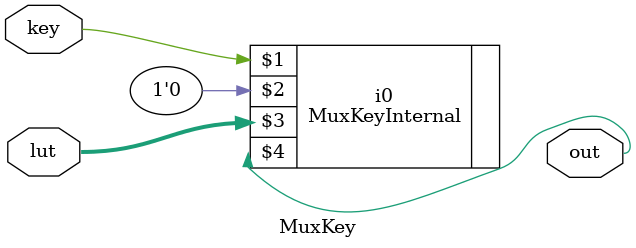
<source format=v>
`include "MuxKeyInternal.v"

module MuxKey #(
    parameter NR_KEY = 2,
    parameter KEY_LEN = 1,
    parameter DATA_LEN = 1
) (
    input [KEY_LEN-1:0] key,
    input [NR_KEY*(KEY_LEN+DATA_LEN)-1:0] lut,
    output [DATA_LEN-1:0] out
);

    MuxKeyInternal #(NR_KEY,KEY_LEN,DATA_LEN,0) i0 (key, {DATA_LEN{1'b0}},lut,out);
    
endmodule
</source>
